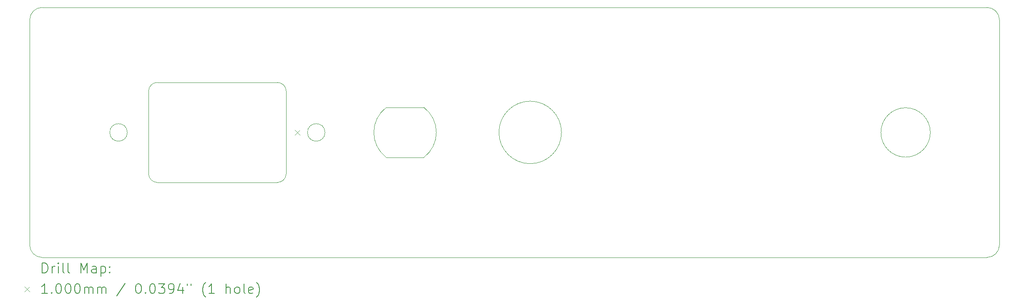
<source format=gbr>
%FSLAX45Y45*%
G04 Gerber Fmt 4.5, Leading zero omitted, Abs format (unit mm)*
G04 Created by KiCad (PCBNEW 6.0.6-3a73a75311~116~ubuntu22.04.1) date 2022-07-16 14:16:35*
%MOMM*%
%LPD*%
G01*
G04 APERTURE LIST*
%TA.AperFunction,Profile*%
%ADD10C,0.050000*%
%TD*%
%ADD11C,0.200000*%
%ADD12C,0.100000*%
G04 APERTURE END LIST*
D10*
X24384000Y-7112000D02*
X5207000Y-7112000D01*
X24384000Y-12192000D02*
G75*
G03*
X24638000Y-11938000I0J254000D01*
G01*
X23234650Y-9652000D02*
G75*
G03*
X23234650Y-9652000I-501650J0D01*
G01*
X5207000Y-12192000D02*
X24384000Y-12192000D01*
X15748000Y-9652000D02*
G75*
G03*
X15748000Y-9652000I-635000J0D01*
G01*
X24638000Y-11938000D02*
X24638000Y-7366000D01*
X24638000Y-7366000D02*
G75*
G03*
X24384000Y-7112000I-254000J0D01*
G01*
X10947400Y-9652000D02*
G75*
G03*
X10947400Y-9652000I-177800J0D01*
G01*
X7366000Y-8813800D02*
X7366000Y-10490200D01*
X7543800Y-10668000D02*
X9982200Y-10668000D01*
X10160000Y-8813800D02*
G75*
G03*
X9982200Y-8636000I-177800J0D01*
G01*
X6934200Y-9652000D02*
G75*
G03*
X6934200Y-9652000I-177800J0D01*
G01*
X5207000Y-7112000D02*
G75*
G03*
X4953000Y-7366000I0J-254000D01*
G01*
X9982200Y-10668000D02*
G75*
G03*
X10160000Y-10490200I0J177800D01*
G01*
X12192000Y-10160000D02*
X12954000Y-10160000D01*
X10160000Y-8813800D02*
X10160000Y-10490200D01*
X7543800Y-8636000D02*
X9982200Y-8636000D01*
X12954000Y-10160000D02*
G75*
G03*
X12954000Y-9144000I-381000J508000D01*
G01*
X7366000Y-10490200D02*
G75*
G03*
X7543800Y-10668000I177800J0D01*
G01*
X4953000Y-11938000D02*
G75*
G03*
X5207000Y-12192000I254000J0D01*
G01*
X12192000Y-9144000D02*
X12954000Y-9144000D01*
X4953000Y-7366000D02*
X4953000Y-11938000D01*
X12192000Y-9144000D02*
G75*
G03*
X12192000Y-10160000I381000J-508000D01*
G01*
X7543800Y-8636000D02*
G75*
G03*
X7366000Y-8813800I0J-177800D01*
G01*
D11*
D12*
X10338600Y-9602000D02*
X10438600Y-9702000D01*
X10438600Y-9602000D02*
X10338600Y-9702000D01*
D11*
X5208119Y-12504976D02*
X5208119Y-12304976D01*
X5255738Y-12304976D01*
X5284310Y-12314500D01*
X5303357Y-12333548D01*
X5312881Y-12352595D01*
X5322405Y-12390690D01*
X5322405Y-12419262D01*
X5312881Y-12457357D01*
X5303357Y-12476405D01*
X5284310Y-12495452D01*
X5255738Y-12504976D01*
X5208119Y-12504976D01*
X5408119Y-12504976D02*
X5408119Y-12371643D01*
X5408119Y-12409738D02*
X5417643Y-12390690D01*
X5427167Y-12381167D01*
X5446214Y-12371643D01*
X5465262Y-12371643D01*
X5531929Y-12504976D02*
X5531929Y-12371643D01*
X5531929Y-12304976D02*
X5522405Y-12314500D01*
X5531929Y-12324024D01*
X5541452Y-12314500D01*
X5531929Y-12304976D01*
X5531929Y-12324024D01*
X5655738Y-12504976D02*
X5636690Y-12495452D01*
X5627167Y-12476405D01*
X5627167Y-12304976D01*
X5760500Y-12504976D02*
X5741452Y-12495452D01*
X5731928Y-12476405D01*
X5731928Y-12304976D01*
X5989071Y-12504976D02*
X5989071Y-12304976D01*
X6055738Y-12447833D01*
X6122405Y-12304976D01*
X6122405Y-12504976D01*
X6303357Y-12504976D02*
X6303357Y-12400214D01*
X6293833Y-12381167D01*
X6274786Y-12371643D01*
X6236690Y-12371643D01*
X6217643Y-12381167D01*
X6303357Y-12495452D02*
X6284309Y-12504976D01*
X6236690Y-12504976D01*
X6217643Y-12495452D01*
X6208119Y-12476405D01*
X6208119Y-12457357D01*
X6217643Y-12438309D01*
X6236690Y-12428786D01*
X6284309Y-12428786D01*
X6303357Y-12419262D01*
X6398595Y-12371643D02*
X6398595Y-12571643D01*
X6398595Y-12381167D02*
X6417643Y-12371643D01*
X6455738Y-12371643D01*
X6474786Y-12381167D01*
X6484309Y-12390690D01*
X6493833Y-12409738D01*
X6493833Y-12466881D01*
X6484309Y-12485928D01*
X6474786Y-12495452D01*
X6455738Y-12504976D01*
X6417643Y-12504976D01*
X6398595Y-12495452D01*
X6579548Y-12485928D02*
X6589071Y-12495452D01*
X6579548Y-12504976D01*
X6570024Y-12495452D01*
X6579548Y-12485928D01*
X6579548Y-12504976D01*
X6579548Y-12381167D02*
X6589071Y-12390690D01*
X6579548Y-12400214D01*
X6570024Y-12390690D01*
X6579548Y-12381167D01*
X6579548Y-12400214D01*
D12*
X4850500Y-12784500D02*
X4950500Y-12884500D01*
X4950500Y-12784500D02*
X4850500Y-12884500D01*
D11*
X5312881Y-12924976D02*
X5198595Y-12924976D01*
X5255738Y-12924976D02*
X5255738Y-12724976D01*
X5236690Y-12753548D01*
X5217643Y-12772595D01*
X5198595Y-12782119D01*
X5398595Y-12905928D02*
X5408119Y-12915452D01*
X5398595Y-12924976D01*
X5389071Y-12915452D01*
X5398595Y-12905928D01*
X5398595Y-12924976D01*
X5531929Y-12724976D02*
X5550976Y-12724976D01*
X5570024Y-12734500D01*
X5579548Y-12744024D01*
X5589071Y-12763071D01*
X5598595Y-12801167D01*
X5598595Y-12848786D01*
X5589071Y-12886881D01*
X5579548Y-12905928D01*
X5570024Y-12915452D01*
X5550976Y-12924976D01*
X5531929Y-12924976D01*
X5512881Y-12915452D01*
X5503357Y-12905928D01*
X5493833Y-12886881D01*
X5484310Y-12848786D01*
X5484310Y-12801167D01*
X5493833Y-12763071D01*
X5503357Y-12744024D01*
X5512881Y-12734500D01*
X5531929Y-12724976D01*
X5722405Y-12724976D02*
X5741452Y-12724976D01*
X5760500Y-12734500D01*
X5770024Y-12744024D01*
X5779548Y-12763071D01*
X5789071Y-12801167D01*
X5789071Y-12848786D01*
X5779548Y-12886881D01*
X5770024Y-12905928D01*
X5760500Y-12915452D01*
X5741452Y-12924976D01*
X5722405Y-12924976D01*
X5703357Y-12915452D01*
X5693833Y-12905928D01*
X5684309Y-12886881D01*
X5674786Y-12848786D01*
X5674786Y-12801167D01*
X5684309Y-12763071D01*
X5693833Y-12744024D01*
X5703357Y-12734500D01*
X5722405Y-12724976D01*
X5912881Y-12724976D02*
X5931928Y-12724976D01*
X5950976Y-12734500D01*
X5960500Y-12744024D01*
X5970024Y-12763071D01*
X5979548Y-12801167D01*
X5979548Y-12848786D01*
X5970024Y-12886881D01*
X5960500Y-12905928D01*
X5950976Y-12915452D01*
X5931928Y-12924976D01*
X5912881Y-12924976D01*
X5893833Y-12915452D01*
X5884309Y-12905928D01*
X5874786Y-12886881D01*
X5865262Y-12848786D01*
X5865262Y-12801167D01*
X5874786Y-12763071D01*
X5884309Y-12744024D01*
X5893833Y-12734500D01*
X5912881Y-12724976D01*
X6065262Y-12924976D02*
X6065262Y-12791643D01*
X6065262Y-12810690D02*
X6074786Y-12801167D01*
X6093833Y-12791643D01*
X6122405Y-12791643D01*
X6141452Y-12801167D01*
X6150976Y-12820214D01*
X6150976Y-12924976D01*
X6150976Y-12820214D02*
X6160500Y-12801167D01*
X6179548Y-12791643D01*
X6208119Y-12791643D01*
X6227167Y-12801167D01*
X6236690Y-12820214D01*
X6236690Y-12924976D01*
X6331928Y-12924976D02*
X6331928Y-12791643D01*
X6331928Y-12810690D02*
X6341452Y-12801167D01*
X6360500Y-12791643D01*
X6389071Y-12791643D01*
X6408119Y-12801167D01*
X6417643Y-12820214D01*
X6417643Y-12924976D01*
X6417643Y-12820214D02*
X6427167Y-12801167D01*
X6446214Y-12791643D01*
X6474786Y-12791643D01*
X6493833Y-12801167D01*
X6503357Y-12820214D01*
X6503357Y-12924976D01*
X6893833Y-12715452D02*
X6722405Y-12972595D01*
X7150976Y-12724976D02*
X7170024Y-12724976D01*
X7189071Y-12734500D01*
X7198595Y-12744024D01*
X7208119Y-12763071D01*
X7217643Y-12801167D01*
X7217643Y-12848786D01*
X7208119Y-12886881D01*
X7198595Y-12905928D01*
X7189071Y-12915452D01*
X7170024Y-12924976D01*
X7150976Y-12924976D01*
X7131928Y-12915452D01*
X7122405Y-12905928D01*
X7112881Y-12886881D01*
X7103357Y-12848786D01*
X7103357Y-12801167D01*
X7112881Y-12763071D01*
X7122405Y-12744024D01*
X7131928Y-12734500D01*
X7150976Y-12724976D01*
X7303357Y-12905928D02*
X7312881Y-12915452D01*
X7303357Y-12924976D01*
X7293833Y-12915452D01*
X7303357Y-12905928D01*
X7303357Y-12924976D01*
X7436690Y-12724976D02*
X7455738Y-12724976D01*
X7474786Y-12734500D01*
X7484309Y-12744024D01*
X7493833Y-12763071D01*
X7503357Y-12801167D01*
X7503357Y-12848786D01*
X7493833Y-12886881D01*
X7484309Y-12905928D01*
X7474786Y-12915452D01*
X7455738Y-12924976D01*
X7436690Y-12924976D01*
X7417643Y-12915452D01*
X7408119Y-12905928D01*
X7398595Y-12886881D01*
X7389071Y-12848786D01*
X7389071Y-12801167D01*
X7398595Y-12763071D01*
X7408119Y-12744024D01*
X7417643Y-12734500D01*
X7436690Y-12724976D01*
X7570024Y-12724976D02*
X7693833Y-12724976D01*
X7627167Y-12801167D01*
X7655738Y-12801167D01*
X7674786Y-12810690D01*
X7684309Y-12820214D01*
X7693833Y-12839262D01*
X7693833Y-12886881D01*
X7684309Y-12905928D01*
X7674786Y-12915452D01*
X7655738Y-12924976D01*
X7598595Y-12924976D01*
X7579548Y-12915452D01*
X7570024Y-12905928D01*
X7789071Y-12924976D02*
X7827167Y-12924976D01*
X7846214Y-12915452D01*
X7855738Y-12905928D01*
X7874786Y-12877357D01*
X7884309Y-12839262D01*
X7884309Y-12763071D01*
X7874786Y-12744024D01*
X7865262Y-12734500D01*
X7846214Y-12724976D01*
X7808119Y-12724976D01*
X7789071Y-12734500D01*
X7779548Y-12744024D01*
X7770024Y-12763071D01*
X7770024Y-12810690D01*
X7779548Y-12829738D01*
X7789071Y-12839262D01*
X7808119Y-12848786D01*
X7846214Y-12848786D01*
X7865262Y-12839262D01*
X7874786Y-12829738D01*
X7884309Y-12810690D01*
X8055738Y-12791643D02*
X8055738Y-12924976D01*
X8008119Y-12715452D02*
X7960500Y-12858309D01*
X8084309Y-12858309D01*
X8150976Y-12724976D02*
X8150976Y-12763071D01*
X8227167Y-12724976D02*
X8227167Y-12763071D01*
X8522405Y-13001167D02*
X8512881Y-12991643D01*
X8493833Y-12963071D01*
X8484310Y-12944024D01*
X8474786Y-12915452D01*
X8465262Y-12867833D01*
X8465262Y-12829738D01*
X8474786Y-12782119D01*
X8484310Y-12753548D01*
X8493833Y-12734500D01*
X8512881Y-12705928D01*
X8522405Y-12696405D01*
X8703357Y-12924976D02*
X8589071Y-12924976D01*
X8646214Y-12924976D02*
X8646214Y-12724976D01*
X8627167Y-12753548D01*
X8608119Y-12772595D01*
X8589071Y-12782119D01*
X8941452Y-12924976D02*
X8941452Y-12724976D01*
X9027167Y-12924976D02*
X9027167Y-12820214D01*
X9017643Y-12801167D01*
X8998595Y-12791643D01*
X8970024Y-12791643D01*
X8950976Y-12801167D01*
X8941452Y-12810690D01*
X9150976Y-12924976D02*
X9131929Y-12915452D01*
X9122405Y-12905928D01*
X9112881Y-12886881D01*
X9112881Y-12829738D01*
X9122405Y-12810690D01*
X9131929Y-12801167D01*
X9150976Y-12791643D01*
X9179548Y-12791643D01*
X9198595Y-12801167D01*
X9208119Y-12810690D01*
X9217643Y-12829738D01*
X9217643Y-12886881D01*
X9208119Y-12905928D01*
X9198595Y-12915452D01*
X9179548Y-12924976D01*
X9150976Y-12924976D01*
X9331929Y-12924976D02*
X9312881Y-12915452D01*
X9303357Y-12896405D01*
X9303357Y-12724976D01*
X9484310Y-12915452D02*
X9465262Y-12924976D01*
X9427167Y-12924976D01*
X9408119Y-12915452D01*
X9398595Y-12896405D01*
X9398595Y-12820214D01*
X9408119Y-12801167D01*
X9427167Y-12791643D01*
X9465262Y-12791643D01*
X9484310Y-12801167D01*
X9493833Y-12820214D01*
X9493833Y-12839262D01*
X9398595Y-12858309D01*
X9560500Y-13001167D02*
X9570024Y-12991643D01*
X9589071Y-12963071D01*
X9598595Y-12944024D01*
X9608119Y-12915452D01*
X9617643Y-12867833D01*
X9617643Y-12829738D01*
X9608119Y-12782119D01*
X9598595Y-12753548D01*
X9589071Y-12734500D01*
X9570024Y-12705928D01*
X9560500Y-12696405D01*
M02*

</source>
